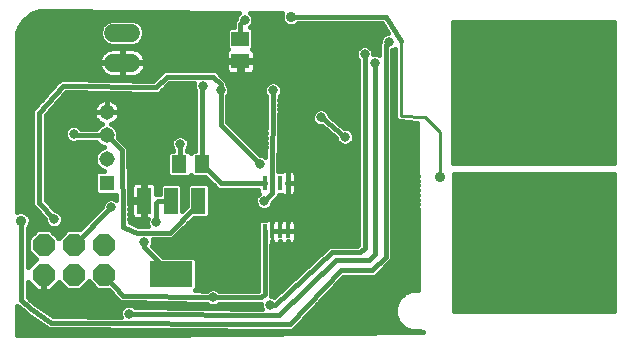
<source format=gbl>
G75*
%MOIN*%
%OFA0B0*%
%FSLAX24Y24*%
%IPPOS*%
%LPD*%
%AMOC8*
5,1,8,0,0,1.08239X$1,22.5*
%
%ADD10C,0.0100*%
%ADD11OC8,0.0740*%
%ADD12R,0.0480X0.0880*%
%ADD13R,0.1417X0.0866*%
%ADD14R,0.0591X0.0512*%
%ADD15R,0.0177X0.0512*%
%ADD16R,0.0512X0.0591*%
%ADD17R,0.0515X0.0515*%
%ADD18C,0.0515*%
%ADD19C,0.3543*%
%ADD20C,0.0600*%
%ADD21C,0.0160*%
%ADD22C,0.0317*%
%ADD23C,0.0356*%
%ADD24C,0.0277*%
D10*
X009868Y003459D02*
X010218Y003109D01*
X010218Y002159D01*
X010318Y002059D01*
X010918Y002059D01*
X012518Y002780D02*
X012540Y003752D01*
X012518Y002780D02*
X012668Y002509D01*
X018118Y005559D02*
X018118Y007059D01*
X017618Y007559D01*
X016818Y007609D01*
X016818Y010109D01*
X018518Y010108D02*
X023968Y010108D01*
X023968Y010206D02*
X018518Y010206D01*
X018518Y010305D02*
X023968Y010305D01*
X023968Y010403D02*
X018518Y010403D01*
X018518Y010502D02*
X023968Y010502D01*
X023968Y010600D02*
X018518Y010600D01*
X018518Y010699D02*
X023968Y010699D01*
X023968Y010759D02*
X023968Y006009D01*
X018518Y006009D01*
X018518Y010759D01*
X023968Y010759D01*
X023968Y010009D02*
X018518Y010009D01*
X018518Y009911D02*
X023968Y009911D01*
X023968Y009812D02*
X018518Y009812D01*
X018518Y009714D02*
X023968Y009714D01*
X023968Y009615D02*
X018518Y009615D01*
X018518Y009517D02*
X023968Y009517D01*
X023968Y009418D02*
X018518Y009418D01*
X018518Y009320D02*
X023968Y009320D01*
X023968Y009221D02*
X018518Y009221D01*
X018518Y009123D02*
X023968Y009123D01*
X023968Y009024D02*
X018518Y009024D01*
X018518Y008926D02*
X023968Y008926D01*
X023968Y008827D02*
X018518Y008827D01*
X018518Y008729D02*
X023968Y008729D01*
X023968Y008630D02*
X018518Y008630D01*
X018518Y008532D02*
X023968Y008532D01*
X023968Y008433D02*
X018518Y008433D01*
X018518Y008335D02*
X023968Y008335D01*
X023968Y008236D02*
X018518Y008236D01*
X018518Y008138D02*
X023968Y008138D01*
X023968Y008039D02*
X018518Y008039D01*
X018518Y007941D02*
X023968Y007941D01*
X023968Y007842D02*
X018518Y007842D01*
X018518Y007744D02*
X023968Y007744D01*
X023968Y007645D02*
X018518Y007645D01*
X018518Y007547D02*
X023968Y007547D01*
X023968Y007448D02*
X018518Y007448D01*
X018518Y007350D02*
X023968Y007350D01*
X023968Y007251D02*
X018518Y007251D01*
X018518Y007153D02*
X023968Y007153D01*
X023968Y007054D02*
X018518Y007054D01*
X018518Y006956D02*
X023968Y006956D01*
X023968Y006857D02*
X018518Y006857D01*
X018518Y006759D02*
X023968Y006759D01*
X023968Y006660D02*
X018518Y006660D01*
X018518Y006562D02*
X023968Y006562D01*
X023968Y006463D02*
X018518Y006463D01*
X018518Y006365D02*
X023968Y006365D01*
X023968Y006266D02*
X018518Y006266D01*
X018518Y006168D02*
X023968Y006168D01*
X023968Y006069D02*
X018518Y006069D01*
X018568Y005709D02*
X018568Y001059D01*
X023968Y001059D01*
X023968Y005709D01*
X018568Y005709D01*
X018568Y005675D02*
X023968Y005675D01*
X023968Y005577D02*
X018568Y005577D01*
X018568Y005478D02*
X023968Y005478D01*
X023968Y005380D02*
X018568Y005380D01*
X018568Y005281D02*
X023968Y005281D01*
X023968Y005183D02*
X018568Y005183D01*
X018568Y005084D02*
X023968Y005084D01*
X023968Y004986D02*
X018568Y004986D01*
X018568Y004887D02*
X023968Y004887D01*
X023968Y004789D02*
X018568Y004789D01*
X018568Y004690D02*
X023968Y004690D01*
X023968Y004592D02*
X018568Y004592D01*
X018568Y004493D02*
X023968Y004493D01*
X023968Y004395D02*
X018568Y004395D01*
X018568Y004296D02*
X023968Y004296D01*
X023968Y004198D02*
X018568Y004198D01*
X018568Y004099D02*
X023968Y004099D01*
X023968Y004001D02*
X018568Y004001D01*
X018568Y003902D02*
X023968Y003902D01*
X023968Y003804D02*
X018568Y003804D01*
X018568Y003705D02*
X023968Y003705D01*
X023968Y003607D02*
X018568Y003607D01*
X018568Y003508D02*
X023968Y003508D01*
X023968Y003410D02*
X018568Y003410D01*
X018568Y003311D02*
X023968Y003311D01*
X023968Y003213D02*
X018568Y003213D01*
X018568Y003114D02*
X023968Y003114D01*
X023968Y003016D02*
X018568Y003016D01*
X018568Y002917D02*
X023968Y002917D01*
X023968Y002819D02*
X018568Y002819D01*
X018568Y002720D02*
X023968Y002720D01*
X023968Y002622D02*
X018568Y002622D01*
X018568Y002523D02*
X023968Y002523D01*
X023968Y002425D02*
X018568Y002425D01*
X018568Y002326D02*
X023968Y002326D01*
X023968Y002228D02*
X018568Y002228D01*
X018568Y002129D02*
X023968Y002129D01*
X023968Y002031D02*
X018568Y002031D01*
X018568Y001932D02*
X023968Y001932D01*
X023968Y001834D02*
X018568Y001834D01*
X018568Y001735D02*
X023968Y001735D01*
X023968Y001637D02*
X018568Y001637D01*
X018568Y001538D02*
X023968Y001538D01*
X023968Y001440D02*
X018568Y001440D01*
X018568Y001341D02*
X023968Y001341D01*
X023968Y001243D02*
X018568Y001243D01*
X018568Y001144D02*
X023968Y001144D01*
D11*
X006918Y002309D03*
X005918Y002309D03*
X004918Y002309D03*
X004918Y003309D03*
X005918Y003309D03*
X006918Y003309D03*
D12*
X008258Y004779D03*
X009168Y004779D03*
X010078Y004779D03*
D13*
X009168Y002339D03*
D14*
X011479Y009435D03*
X011479Y010183D03*
D15*
X012284Y005366D03*
X012540Y005366D03*
X012796Y005366D03*
X013052Y005366D03*
X013052Y003752D03*
X012796Y003752D03*
X012540Y003752D03*
X012284Y003752D03*
D16*
X010192Y006009D03*
X009444Y006009D03*
D17*
X007018Y005378D03*
D18*
X007018Y006165D03*
X007018Y006952D03*
X007018Y007740D03*
D19*
X021466Y008819D03*
X021466Y002913D03*
D20*
X007839Y009375D02*
X007239Y009375D01*
X007239Y010375D02*
X007839Y010375D01*
D21*
X004048Y001268D02*
X004048Y000289D01*
X008226Y000289D01*
X017568Y000409D01*
X017454Y000429D01*
X017453Y000429D01*
X017183Y000429D01*
X016933Y000532D01*
X016741Y000724D01*
X016638Y000973D01*
X016638Y001244D01*
X016741Y001494D01*
X016933Y001685D01*
X017183Y001789D01*
X017402Y001789D01*
X017375Y007384D01*
X016812Y007419D01*
X016739Y007419D01*
X016734Y007424D01*
X016728Y007424D01*
X016679Y007479D01*
X016628Y007530D01*
X016628Y007537D01*
X016623Y007542D01*
X016628Y007615D01*
X016628Y009847D01*
X016587Y009806D01*
X016538Y009785D01*
X016538Y002818D01*
X016088Y002368D01*
X015959Y002239D01*
X014913Y002239D01*
X013337Y000571D01*
X013337Y000566D01*
X013275Y000505D01*
X013215Y000441D01*
X013211Y000441D01*
X013208Y000438D01*
X013120Y000439D01*
X013033Y000436D01*
X013030Y000439D01*
X005185Y000489D01*
X005114Y000477D01*
X005097Y000489D01*
X005075Y000489D01*
X005025Y000541D01*
X004406Y000982D01*
X004397Y000981D01*
X004333Y001034D01*
X004266Y001083D01*
X004264Y001092D01*
X004088Y001239D01*
X004077Y001239D01*
X004048Y001268D01*
X004048Y001165D02*
X004176Y001165D01*
X004048Y001007D02*
X004367Y001007D01*
X004594Y000848D02*
X004048Y000848D01*
X004048Y000690D02*
X004816Y000690D01*
X005034Y000531D02*
X004048Y000531D01*
X004048Y000373D02*
X014767Y000373D01*
X013899Y001165D02*
X016638Y001165D01*
X016638Y001007D02*
X013749Y001007D01*
X013600Y000848D02*
X016690Y000848D01*
X016775Y000690D02*
X013450Y000690D01*
X013302Y000531D02*
X016935Y000531D01*
X016671Y001324D02*
X014049Y001324D01*
X014198Y001482D02*
X016737Y001482D01*
X016888Y001641D02*
X014348Y001641D01*
X014498Y001799D02*
X017402Y001799D01*
X017401Y001958D02*
X014647Y001958D01*
X014797Y002116D02*
X017400Y002116D01*
X017399Y002275D02*
X015995Y002275D01*
X015868Y002459D02*
X014818Y002459D01*
X013118Y000659D01*
X005168Y000709D01*
X004468Y001209D01*
X004168Y001459D01*
X004168Y004109D01*
X004388Y003879D02*
X004438Y003929D01*
X004486Y004045D01*
X004486Y004172D01*
X004438Y004289D01*
X004348Y004378D01*
X004231Y004427D01*
X004105Y004427D01*
X004048Y004403D01*
X004048Y010388D01*
X004057Y010429D01*
X004110Y010568D01*
X004184Y010698D01*
X004278Y010815D01*
X004389Y010915D01*
X004514Y010997D01*
X004651Y011059D01*
X004795Y011098D01*
X004944Y011114D01*
X011435Y011048D01*
X011365Y010978D01*
X011319Y010868D01*
X011319Y010821D01*
X011259Y010761D01*
X011259Y010579D01*
X011126Y010579D01*
X011044Y010497D01*
X011044Y009869D01*
X011077Y009836D01*
X011074Y009835D01*
X011040Y009801D01*
X011016Y009760D01*
X011004Y009714D01*
X011004Y009483D01*
X011431Y009483D01*
X011431Y009387D01*
X011004Y009387D01*
X011004Y009155D01*
X011016Y009109D01*
X011040Y009068D01*
X011074Y009035D01*
X011115Y009011D01*
X011160Y008999D01*
X011431Y008999D01*
X011431Y009387D01*
X011527Y009387D01*
X011527Y008999D01*
X011798Y008999D01*
X011844Y009011D01*
X011885Y009035D01*
X011919Y009068D01*
X011942Y009109D01*
X011955Y009155D01*
X011955Y009387D01*
X011527Y009387D01*
X011527Y009483D01*
X011955Y009483D01*
X011955Y009714D01*
X011942Y009760D01*
X011919Y009801D01*
X011885Y009835D01*
X011882Y009836D01*
X011915Y009869D01*
X011915Y010497D01*
X011833Y010579D01*
X011810Y010579D01*
X011871Y010640D01*
X011916Y010749D01*
X011916Y010868D01*
X011871Y010978D01*
X011804Y011044D01*
X012875Y011033D01*
X012850Y010972D01*
X012850Y010845D01*
X012898Y010729D01*
X012988Y010639D01*
X013105Y010591D01*
X013231Y010591D01*
X013348Y010639D01*
X013398Y010689D01*
X016196Y010689D01*
X016403Y010357D01*
X016359Y010357D01*
X016249Y010312D01*
X016165Y010228D01*
X016119Y010118D01*
X016119Y010071D01*
X016098Y010050D01*
X016098Y009628D01*
X016027Y009657D01*
X015916Y009657D01*
X015916Y009718D01*
X015871Y009828D01*
X015787Y009912D01*
X015677Y009957D01*
X015559Y009957D01*
X015449Y009912D01*
X015365Y009828D01*
X015319Y009718D01*
X015319Y009599D01*
X015365Y009490D01*
X015398Y009457D01*
X015398Y003300D01*
X015377Y003279D01*
X014522Y003279D01*
X014436Y003282D01*
X014432Y003279D01*
X014427Y003279D01*
X014366Y003217D01*
X012589Y001581D01*
X012527Y001607D01*
X012504Y001607D01*
X012504Y003316D01*
X012540Y003316D01*
X012652Y003316D01*
X012668Y003320D01*
X012684Y003316D01*
X012796Y003316D01*
X012908Y003316D01*
X012924Y003320D01*
X012939Y003316D01*
X013052Y003316D01*
X013164Y003316D01*
X013210Y003328D01*
X013251Y003352D01*
X013284Y003385D01*
X013308Y003426D01*
X013320Y003472D01*
X013320Y003752D01*
X013320Y004031D01*
X013308Y004077D01*
X013284Y004118D01*
X013251Y004152D01*
X013210Y004175D01*
X013164Y004188D01*
X013052Y004188D01*
X013052Y004078D01*
X013052Y004188D01*
X012939Y004188D01*
X012924Y004183D01*
X012908Y004188D01*
X012796Y004188D01*
X012796Y004078D01*
X012796Y004078D01*
X012796Y004188D01*
X012684Y004188D01*
X012668Y004183D01*
X012652Y004188D01*
X012540Y004188D01*
X012540Y004078D01*
X012540Y004078D01*
X012540Y004188D01*
X012428Y004188D01*
X012382Y004175D01*
X012341Y004152D01*
X012337Y004148D01*
X012137Y004148D01*
X012055Y004066D01*
X012055Y003438D01*
X012064Y003429D01*
X012064Y001779D01*
X010770Y001779D01*
X010737Y001812D01*
X010627Y001857D01*
X010509Y001857D01*
X010399Y001812D01*
X010369Y001782D01*
X009958Y001789D01*
X010017Y001848D01*
X010017Y002830D01*
X009935Y002912D01*
X008906Y002912D01*
X008538Y003280D01*
X008566Y003349D01*
X008566Y003468D01*
X008558Y003489D01*
X009209Y003489D01*
X009919Y004199D01*
X010376Y004199D01*
X010458Y004281D01*
X010458Y005277D01*
X010376Y005359D01*
X009780Y005359D01*
X009698Y005277D01*
X009698Y004600D01*
X009548Y004450D01*
X009548Y005277D01*
X009466Y005359D01*
X008870Y005359D01*
X008788Y005277D01*
X008788Y004999D01*
X008678Y004999D01*
X008678Y005242D01*
X008666Y005288D01*
X008642Y005329D01*
X008608Y005363D01*
X008567Y005386D01*
X008522Y005399D01*
X008298Y005399D01*
X008298Y004819D01*
X008218Y004819D01*
X008218Y005399D01*
X007994Y005399D01*
X007948Y005386D01*
X007907Y005363D01*
X007874Y005329D01*
X007850Y005288D01*
X007838Y005242D01*
X007838Y004819D01*
X008218Y004819D01*
X008218Y004739D01*
X007838Y004739D01*
X007838Y004315D01*
X007850Y004269D01*
X007874Y004228D01*
X007907Y004195D01*
X007948Y004171D01*
X007994Y004159D01*
X008218Y004159D01*
X008218Y004739D01*
X008298Y004739D01*
X008298Y004159D01*
X008386Y004159D01*
X008369Y004118D01*
X008369Y003999D01*
X008399Y003929D01*
X008065Y003929D01*
X007785Y004053D01*
X007738Y006455D01*
X007738Y006544D01*
X007736Y006545D01*
X007736Y006548D01*
X007672Y006609D01*
X007413Y006868D01*
X007415Y006873D01*
X007415Y007031D01*
X007355Y007178D01*
X007243Y007289D01*
X007157Y007325D01*
X007186Y007334D01*
X007247Y007366D01*
X007303Y007406D01*
X007352Y007455D01*
X007392Y007511D01*
X007423Y007572D01*
X007445Y007637D01*
X007455Y007705D01*
X007455Y007740D01*
X007455Y007774D01*
X007445Y007842D01*
X007423Y007908D01*
X007392Y007969D01*
X007352Y008025D01*
X007303Y008074D01*
X007247Y008114D01*
X007186Y008145D01*
X007120Y008167D01*
X007052Y008177D01*
X007018Y008177D01*
X007018Y007740D01*
X007018Y007740D01*
X007455Y007740D01*
X007018Y007740D01*
X007018Y007740D01*
X007018Y008177D01*
X006983Y008177D01*
X006915Y008167D01*
X006850Y008145D01*
X006789Y008114D01*
X006733Y008074D01*
X006684Y008025D01*
X006644Y007969D01*
X006612Y007908D01*
X006591Y007842D01*
X006580Y007774D01*
X006580Y007740D01*
X007018Y007740D01*
X007018Y007740D01*
X006580Y007740D01*
X006580Y007705D01*
X006591Y007637D01*
X006612Y007572D01*
X006644Y007511D01*
X006684Y007455D01*
X006733Y007406D01*
X006789Y007366D01*
X006850Y007334D01*
X006879Y007325D01*
X006793Y007289D01*
X006681Y007178D01*
X006679Y007172D01*
X006173Y007172D01*
X006171Y007178D01*
X006087Y007262D01*
X005977Y007307D01*
X005859Y007307D01*
X005749Y007262D01*
X005665Y007178D01*
X005619Y007068D01*
X005619Y006949D01*
X005665Y006840D01*
X005749Y006756D01*
X005859Y006710D01*
X005977Y006710D01*
X006031Y006732D01*
X006679Y006732D01*
X006681Y006727D01*
X006793Y006615D01*
X006930Y006559D01*
X006793Y006502D01*
X006681Y006390D01*
X006620Y006244D01*
X006620Y006086D01*
X006681Y005940D01*
X006793Y005828D01*
X006921Y005775D01*
X006702Y005775D01*
X006620Y005693D01*
X006620Y005062D01*
X006702Y004980D01*
X007327Y004980D01*
X007330Y004815D01*
X007227Y004857D01*
X007109Y004857D01*
X006999Y004812D01*
X006915Y004728D01*
X006869Y004618D01*
X006869Y004571D01*
X006117Y003819D01*
X005707Y003819D01*
X005418Y003530D01*
X005129Y003819D01*
X004707Y003819D01*
X004408Y003520D01*
X004408Y003097D01*
X004668Y002837D01*
X004388Y002557D01*
X004388Y003879D01*
X004388Y003860D02*
X006158Y003860D01*
X006316Y004018D02*
X005533Y004018D01*
X005521Y003990D02*
X005566Y004099D01*
X005566Y004218D01*
X005521Y004328D01*
X005437Y004412D01*
X005327Y004457D01*
X005294Y004457D01*
X004988Y004794D01*
X004988Y007625D01*
X005665Y008387D01*
X008575Y008340D01*
X008577Y008339D01*
X008666Y008339D01*
X008755Y008337D01*
X008757Y008339D01*
X008759Y008339D01*
X008822Y008402D01*
X008886Y008464D01*
X008886Y008466D01*
X009109Y008689D01*
X009928Y008689D01*
X009919Y008668D01*
X009919Y008549D01*
X009965Y008440D01*
X009972Y008433D01*
X009972Y006444D01*
X009878Y006444D01*
X009818Y006384D01*
X009758Y006444D01*
X009688Y006444D01*
X009688Y006457D01*
X009721Y006490D01*
X009766Y006599D01*
X009766Y006718D01*
X009721Y006828D01*
X009637Y006912D01*
X009527Y006957D01*
X009409Y006957D01*
X009299Y006912D01*
X009215Y006828D01*
X009169Y006718D01*
X009169Y006599D01*
X009215Y006490D01*
X009248Y006457D01*
X009248Y006444D01*
X009130Y006444D01*
X009048Y006362D01*
X009048Y005655D01*
X009130Y005573D01*
X009758Y005573D01*
X009818Y005634D01*
X009878Y005573D01*
X010316Y005573D01*
X010615Y005275D01*
X010744Y005146D01*
X012055Y005146D01*
X012055Y005052D01*
X012097Y005010D01*
X012015Y004928D01*
X011969Y004818D01*
X011969Y004699D01*
X012015Y004590D01*
X012099Y004506D01*
X012209Y004460D01*
X012327Y004460D01*
X012437Y004506D01*
X012521Y004590D01*
X012566Y004699D01*
X012566Y004746D01*
X012631Y004811D01*
X012760Y004940D01*
X012760Y004970D01*
X012849Y004970D01*
X012853Y004966D01*
X012894Y004942D01*
X012939Y004930D01*
X013052Y004930D01*
X013164Y004930D01*
X013210Y004942D01*
X013251Y004966D01*
X013284Y004999D01*
X013308Y005040D01*
X013320Y005086D01*
X013320Y005366D01*
X013320Y005645D01*
X013308Y005691D01*
X013284Y005732D01*
X013251Y005766D01*
X013210Y005789D01*
X013164Y005802D01*
X013052Y005802D01*
X013052Y005366D01*
X013320Y005366D01*
X013052Y005366D01*
X013052Y005366D01*
X013052Y005366D01*
X013052Y005802D01*
X012939Y005802D01*
X012894Y005789D01*
X012853Y005766D01*
X012849Y005762D01*
X012744Y005762D01*
X012785Y008253D01*
X012821Y008290D01*
X012866Y008399D01*
X012866Y008518D01*
X012821Y008628D01*
X012737Y008712D01*
X012627Y008757D01*
X012509Y008757D01*
X012399Y008712D01*
X012315Y008628D01*
X012269Y008518D01*
X012269Y008399D01*
X012315Y008290D01*
X012345Y008260D01*
X012312Y006237D01*
X012287Y006262D01*
X012177Y006307D01*
X012131Y006307D01*
X011038Y007400D01*
X011038Y008257D01*
X011071Y008290D01*
X011116Y008399D01*
X011116Y008518D01*
X011071Y008628D01*
X011038Y008661D01*
X011038Y008750D01*
X010909Y008879D01*
X010659Y009129D01*
X008927Y009129D01*
X008798Y009000D01*
X008578Y008780D01*
X005653Y008827D01*
X005646Y008834D01*
X005563Y008829D01*
X005480Y008830D01*
X005474Y008824D01*
X005464Y008823D01*
X005409Y008761D01*
X005349Y008703D01*
X005349Y008694D01*
X004608Y007860D01*
X004548Y007800D01*
X004548Y007792D01*
X004543Y007787D01*
X004548Y007702D01*
X004548Y004714D01*
X004544Y004628D01*
X004548Y004624D01*
X004548Y004618D01*
X004609Y004557D01*
X004969Y004160D01*
X004969Y004099D01*
X005015Y003990D01*
X005099Y003906D01*
X005209Y003860D01*
X005327Y003860D01*
X005437Y003906D01*
X005521Y003990D01*
X005566Y004177D02*
X006475Y004177D01*
X006633Y004335D02*
X005513Y004335D01*
X005261Y004494D02*
X006792Y004494D01*
X006884Y004652D02*
X005117Y004652D01*
X004988Y004811D02*
X006998Y004811D01*
X007168Y004559D02*
X005918Y003309D01*
X005589Y003701D02*
X005247Y003701D01*
X005405Y003543D02*
X005431Y003543D01*
X005003Y004018D02*
X004475Y004018D01*
X004484Y004177D02*
X004954Y004177D01*
X004810Y004335D02*
X004391Y004335D01*
X004666Y004494D02*
X004048Y004494D01*
X004048Y004652D02*
X004545Y004652D01*
X004548Y004811D02*
X004048Y004811D01*
X004048Y004969D02*
X004548Y004969D01*
X004548Y005128D02*
X004048Y005128D01*
X004048Y005286D02*
X004548Y005286D01*
X004548Y005445D02*
X004048Y005445D01*
X004048Y005603D02*
X004548Y005603D01*
X004548Y005762D02*
X004048Y005762D01*
X004048Y005920D02*
X004548Y005920D01*
X004548Y006079D02*
X004048Y006079D01*
X004048Y006237D02*
X004548Y006237D01*
X004548Y006396D02*
X004048Y006396D01*
X004048Y006554D02*
X004548Y006554D01*
X004548Y006713D02*
X004048Y006713D01*
X004048Y006871D02*
X004548Y006871D01*
X004548Y007030D02*
X004048Y007030D01*
X004048Y007188D02*
X004548Y007188D01*
X004548Y007347D02*
X004048Y007347D01*
X004048Y007505D02*
X004548Y007505D01*
X004548Y007664D02*
X004048Y007664D01*
X004048Y007822D02*
X004570Y007822D01*
X004715Y007981D02*
X004048Y007981D01*
X004048Y008139D02*
X004856Y008139D01*
X004997Y008298D02*
X004048Y008298D01*
X004048Y008456D02*
X005138Y008456D01*
X005279Y008615D02*
X004048Y008615D01*
X004048Y008773D02*
X005420Y008773D01*
X005568Y008609D02*
X008668Y008559D01*
X009018Y008909D01*
X010568Y008909D01*
X010818Y008659D01*
X010818Y008459D01*
X010818Y007309D01*
X012118Y006009D01*
X012311Y006237D02*
X012312Y006237D01*
X012314Y006396D02*
X012042Y006396D01*
X011884Y006554D02*
X012317Y006554D01*
X012319Y006713D02*
X011725Y006713D01*
X011567Y006871D02*
X012322Y006871D01*
X012325Y007030D02*
X011408Y007030D01*
X011250Y007188D02*
X012327Y007188D01*
X012330Y007347D02*
X011091Y007347D01*
X011038Y007505D02*
X012332Y007505D01*
X012335Y007664D02*
X011038Y007664D01*
X011038Y007822D02*
X012338Y007822D01*
X012340Y007981D02*
X011038Y007981D01*
X011038Y008139D02*
X012343Y008139D01*
X012312Y008298D02*
X011074Y008298D01*
X011116Y008456D02*
X012269Y008456D01*
X012310Y008615D02*
X011076Y008615D01*
X011014Y008773D02*
X015398Y008773D01*
X015398Y008615D02*
X012826Y008615D01*
X012866Y008456D02*
X015398Y008456D01*
X015398Y008298D02*
X012824Y008298D01*
X012783Y008139D02*
X015398Y008139D01*
X015398Y007981D02*
X012780Y007981D01*
X012778Y007822D02*
X014024Y007822D01*
X013999Y007812D02*
X013915Y007728D01*
X013869Y007618D01*
X013869Y007499D01*
X013915Y007390D01*
X013999Y007306D01*
X014109Y007260D01*
X014186Y007260D01*
X014669Y006868D01*
X014669Y006849D01*
X014715Y006740D01*
X014799Y006656D01*
X014909Y006610D01*
X015027Y006610D01*
X015137Y006656D01*
X015221Y006740D01*
X015266Y006849D01*
X015266Y006968D01*
X015221Y007078D01*
X015137Y007162D01*
X015027Y007207D01*
X014949Y007207D01*
X014466Y007600D01*
X014466Y007618D01*
X014421Y007728D01*
X014337Y007812D01*
X014227Y007857D01*
X014109Y007857D01*
X013999Y007812D01*
X013888Y007664D02*
X012775Y007664D01*
X012772Y007505D02*
X013869Y007505D01*
X013958Y007347D02*
X012770Y007347D01*
X012767Y007188D02*
X014275Y007188D01*
X014470Y007030D02*
X012765Y007030D01*
X012762Y006871D02*
X014665Y006871D01*
X014742Y006713D02*
X012760Y006713D01*
X012757Y006554D02*
X015398Y006554D01*
X015398Y006396D02*
X012754Y006396D01*
X012752Y006237D02*
X015398Y006237D01*
X015398Y006079D02*
X012749Y006079D01*
X012747Y005920D02*
X015398Y005920D01*
X015398Y005762D02*
X013255Y005762D01*
X013320Y005603D02*
X015398Y005603D01*
X015398Y005445D02*
X013320Y005445D01*
X013320Y005286D02*
X015398Y005286D01*
X015398Y005128D02*
X013320Y005128D01*
X013254Y004969D02*
X015398Y004969D01*
X015398Y004811D02*
X012631Y004811D01*
X012547Y004652D02*
X015398Y004652D01*
X015398Y004494D02*
X012408Y004494D01*
X012128Y004494D02*
X010458Y004494D01*
X010458Y004652D02*
X011989Y004652D01*
X011969Y004811D02*
X010458Y004811D01*
X010458Y004969D02*
X012056Y004969D01*
X012055Y005128D02*
X010458Y005128D01*
X010448Y005286D02*
X010603Y005286D01*
X010445Y005445D02*
X007758Y005445D01*
X007755Y005603D02*
X009100Y005603D01*
X009048Y005762D02*
X007752Y005762D01*
X007748Y005920D02*
X009048Y005920D01*
X009048Y006079D02*
X007745Y006079D01*
X007742Y006237D02*
X009048Y006237D01*
X009082Y006396D02*
X007739Y006396D01*
X007729Y006554D02*
X009188Y006554D01*
X009169Y006713D02*
X007569Y006713D01*
X007415Y006871D02*
X009258Y006871D01*
X009468Y006659D02*
X009468Y006033D01*
X009444Y006009D01*
X009788Y005603D02*
X009848Y005603D01*
X009707Y005286D02*
X009538Y005286D01*
X009548Y005128D02*
X009698Y005128D01*
X009698Y004969D02*
X009548Y004969D01*
X009548Y004811D02*
X009698Y004811D01*
X009698Y004652D02*
X009548Y004652D01*
X009548Y004494D02*
X009592Y004494D01*
X009968Y004559D02*
X010018Y004559D01*
X010078Y004619D01*
X010078Y004779D01*
X009968Y004559D02*
X009118Y003709D01*
X008018Y003709D01*
X007568Y003909D01*
X007518Y006452D01*
X007018Y006952D01*
X005974Y006952D01*
X005918Y007009D01*
X005619Y007030D02*
X004988Y007030D01*
X004988Y007188D02*
X005675Y007188D01*
X005652Y006871D02*
X004988Y006871D01*
X004988Y006713D02*
X005853Y006713D01*
X005983Y006713D02*
X006695Y006713D01*
X006919Y006554D02*
X004988Y006554D01*
X004988Y006396D02*
X006687Y006396D01*
X006620Y006237D02*
X004988Y006237D01*
X004988Y006079D02*
X006623Y006079D01*
X006701Y005920D02*
X004988Y005920D01*
X004988Y005762D02*
X006689Y005762D01*
X006620Y005603D02*
X004988Y005603D01*
X004988Y005445D02*
X006620Y005445D01*
X006620Y005286D02*
X004988Y005286D01*
X004988Y005128D02*
X006620Y005128D01*
X007327Y004969D02*
X004988Y004969D01*
X004768Y004709D02*
X004768Y007709D01*
X005568Y008609D01*
X005586Y008298D02*
X009972Y008298D01*
X009972Y008139D02*
X007198Y008139D01*
X007018Y008139D02*
X007018Y008139D01*
X007018Y007981D02*
X007018Y007981D01*
X007018Y007822D02*
X007018Y007822D01*
X006652Y007981D02*
X005304Y007981D01*
X005445Y008139D02*
X006838Y008139D01*
X006588Y007822D02*
X005163Y007822D01*
X005022Y007664D02*
X006587Y007664D01*
X006648Y007505D02*
X004988Y007505D01*
X004988Y007347D02*
X006826Y007347D01*
X006692Y007188D02*
X006160Y007188D01*
X007210Y007347D02*
X009972Y007347D01*
X009972Y007505D02*
X007388Y007505D01*
X007449Y007664D02*
X009972Y007664D01*
X009972Y007822D02*
X007448Y007822D01*
X007384Y007981D02*
X009972Y007981D01*
X009958Y008456D02*
X008878Y008456D01*
X009035Y008615D02*
X009919Y008615D01*
X010192Y008583D02*
X010192Y006009D01*
X010835Y005366D01*
X012284Y005366D01*
X012518Y005388D02*
X012568Y008459D01*
X013318Y008059D02*
X013318Y006009D01*
X013052Y005762D02*
X013052Y005762D01*
X013052Y005603D02*
X013052Y005603D01*
X013052Y005445D02*
X013052Y005445D01*
X013052Y005366D02*
X013052Y005366D01*
X013052Y004930D01*
X013052Y005366D01*
X013052Y005366D01*
X013024Y005366D01*
X013024Y005366D01*
X013052Y005366D01*
X013052Y005286D02*
X013052Y005286D01*
X013052Y005128D02*
X013052Y005128D01*
X013052Y004969D02*
X013052Y004969D01*
X012849Y004969D02*
X012760Y004969D01*
X012540Y005031D02*
X012540Y005366D01*
X012518Y005388D01*
X012540Y005031D02*
X012268Y004759D01*
X012387Y004177D02*
X009897Y004177D01*
X009739Y004018D02*
X012055Y004018D01*
X012055Y003860D02*
X009580Y003860D01*
X009422Y003701D02*
X012055Y003701D01*
X012055Y003543D02*
X009263Y003543D01*
X008750Y003067D02*
X012064Y003067D01*
X012064Y002909D02*
X009938Y002909D01*
X010017Y002750D02*
X012064Y002750D01*
X012064Y002592D02*
X010017Y002592D01*
X010017Y002433D02*
X012064Y002433D01*
X012064Y002275D02*
X010017Y002275D01*
X010017Y002116D02*
X012064Y002116D01*
X012064Y001958D02*
X010017Y001958D01*
X009968Y001799D02*
X010386Y001799D01*
X010568Y001559D02*
X012168Y001559D01*
X012284Y001675D01*
X012284Y003752D01*
X012540Y003752D02*
X012796Y003752D01*
X013052Y003752D01*
X013320Y003752D01*
X013052Y003752D01*
X013052Y003752D01*
X013052Y003752D01*
X012796Y003752D01*
X012796Y003752D01*
X012796Y003752D01*
X012540Y003752D01*
X012540Y003752D01*
X012540Y003426D02*
X012540Y003426D01*
X012540Y003316D01*
X012540Y003426D01*
X012540Y003384D02*
X012540Y003384D01*
X012504Y003226D02*
X014374Y003226D01*
X014518Y003059D02*
X015468Y003059D01*
X015618Y003209D01*
X015618Y009659D01*
X015816Y009883D02*
X016098Y009883D01*
X016098Y010041D02*
X011915Y010041D01*
X011915Y009883D02*
X015420Y009883D01*
X015322Y009724D02*
X011952Y009724D01*
X011955Y009566D02*
X015333Y009566D01*
X015398Y009407D02*
X011527Y009407D01*
X011431Y009407D02*
X008319Y009407D01*
X008319Y009413D02*
X008307Y009487D01*
X008284Y009559D01*
X008250Y009626D01*
X008205Y009688D01*
X008152Y009741D01*
X008091Y009785D01*
X008023Y009820D01*
X007952Y009843D01*
X007877Y009855D01*
X007559Y009855D01*
X007559Y009395D01*
X007519Y009395D01*
X007519Y009355D01*
X006759Y009355D01*
X006759Y009337D01*
X006771Y009262D01*
X006794Y009191D01*
X006829Y009123D01*
X006873Y009062D01*
X006926Y009009D01*
X006988Y008964D01*
X007055Y008930D01*
X007127Y008907D01*
X007201Y008895D01*
X007519Y008895D01*
X007519Y009355D01*
X007559Y009355D01*
X007559Y008895D01*
X007877Y008895D01*
X007952Y008907D01*
X008023Y008930D01*
X008091Y008964D01*
X008152Y009009D01*
X008205Y009062D01*
X008250Y009123D01*
X008284Y009191D01*
X008307Y009262D01*
X008319Y009337D01*
X008319Y009355D01*
X007559Y009355D01*
X007559Y009395D01*
X008319Y009395D01*
X008319Y009413D01*
X008281Y009566D02*
X011004Y009566D01*
X011007Y009724D02*
X008169Y009724D01*
X008088Y010002D02*
X007927Y009935D01*
X007152Y009935D01*
X006990Y010002D01*
X006866Y010126D01*
X006799Y010287D01*
X006799Y010462D01*
X006866Y010624D01*
X006990Y010748D01*
X007152Y010815D01*
X007927Y010815D01*
X008088Y010748D01*
X008212Y010624D01*
X008279Y010462D01*
X008279Y010287D01*
X008212Y010126D01*
X008088Y010002D01*
X008128Y010041D02*
X011044Y010041D01*
X011044Y009883D02*
X004048Y009883D01*
X004048Y010041D02*
X006951Y010041D01*
X006835Y010200D02*
X004048Y010200D01*
X004048Y010358D02*
X006799Y010358D01*
X006822Y010517D02*
X004090Y010517D01*
X004171Y010675D02*
X006917Y010675D01*
X007127Y009843D02*
X007055Y009820D01*
X006988Y009785D01*
X006926Y009741D01*
X006873Y009688D01*
X006829Y009626D01*
X006794Y009559D01*
X006771Y009487D01*
X006759Y009413D01*
X006759Y009395D01*
X007519Y009395D01*
X007519Y009855D01*
X007201Y009855D01*
X007127Y009843D01*
X006910Y009724D02*
X004048Y009724D01*
X004048Y009566D02*
X006798Y009566D01*
X006759Y009407D02*
X004048Y009407D01*
X004048Y009249D02*
X006775Y009249D01*
X006853Y009090D02*
X004048Y009090D01*
X004048Y008932D02*
X007052Y008932D01*
X007519Y008932D02*
X007559Y008932D01*
X007559Y009090D02*
X007519Y009090D01*
X007519Y009249D02*
X007559Y009249D01*
X007559Y009407D02*
X007519Y009407D01*
X007519Y009566D02*
X007559Y009566D01*
X007559Y009724D02*
X007519Y009724D01*
X008243Y010200D02*
X011044Y010200D01*
X011044Y010358D02*
X008279Y010358D01*
X008257Y010517D02*
X011064Y010517D01*
X011259Y010675D02*
X008161Y010675D01*
X008303Y009249D02*
X011004Y009249D01*
X011027Y009090D02*
X010697Y009090D01*
X010856Y008932D02*
X015398Y008932D01*
X015398Y009090D02*
X011931Y009090D01*
X011955Y009249D02*
X015398Y009249D01*
X015968Y009359D02*
X015968Y003009D01*
X015768Y002809D01*
X014668Y002809D01*
X012768Y000959D01*
X007768Y001009D01*
X007972Y001227D02*
X007937Y001262D01*
X007827Y001307D01*
X007709Y001307D01*
X007599Y001262D01*
X007515Y001178D01*
X007469Y001068D01*
X007469Y000949D01*
X007484Y000914D01*
X005239Y000928D01*
X004602Y001383D01*
X004388Y001562D01*
X004388Y002061D01*
X004690Y001759D01*
X004898Y001759D01*
X004898Y002289D01*
X004938Y002289D01*
X004938Y001759D01*
X005146Y001759D01*
X005446Y002059D01*
X005707Y001799D01*
X006129Y001799D01*
X006418Y002087D01*
X006707Y001799D01*
X007091Y001799D01*
X007346Y001524D01*
X007346Y001521D01*
X007408Y001457D01*
X007469Y001392D01*
X007471Y001392D01*
X007473Y001390D01*
X007562Y001389D01*
X007651Y001386D01*
X007653Y001387D01*
X010362Y001342D01*
X010399Y001306D01*
X010509Y001260D01*
X010627Y001260D01*
X010737Y001306D01*
X010770Y001339D01*
X012169Y001339D01*
X012169Y001249D01*
X012196Y001184D01*
X007972Y001227D01*
X007510Y001165D02*
X004907Y001165D01*
X004685Y001324D02*
X010381Y001324D01*
X010568Y001559D02*
X007568Y001609D01*
X006918Y002309D01*
X006548Y001958D02*
X006288Y001958D01*
X006130Y001799D02*
X006706Y001799D01*
X007238Y001641D02*
X004388Y001641D01*
X004388Y001799D02*
X004650Y001799D01*
X004491Y001958D02*
X004388Y001958D01*
X004898Y001958D02*
X004938Y001958D01*
X004938Y002116D02*
X004898Y002116D01*
X004898Y002275D02*
X004938Y002275D01*
X005345Y001958D02*
X005548Y001958D01*
X005706Y001799D02*
X005186Y001799D01*
X004938Y001799D02*
X004898Y001799D01*
X004483Y001482D02*
X007384Y001482D01*
X007469Y001007D02*
X005129Y001007D01*
X004423Y002592D02*
X004388Y002592D01*
X004388Y002750D02*
X004582Y002750D01*
X004597Y002909D02*
X004388Y002909D01*
X004388Y003067D02*
X004438Y003067D01*
X004408Y003226D02*
X004388Y003226D01*
X004388Y003384D02*
X004408Y003384D01*
X004388Y003543D02*
X004431Y003543D01*
X004388Y003701D02*
X004589Y003701D01*
X005268Y004159D02*
X004768Y004709D01*
X007770Y004811D02*
X008218Y004811D01*
X008218Y004969D02*
X008298Y004969D01*
X008298Y005128D02*
X008218Y005128D01*
X008218Y005286D02*
X008298Y005286D01*
X008666Y005286D02*
X008797Y005286D01*
X008788Y005128D02*
X008678Y005128D01*
X008738Y004779D02*
X008668Y004709D01*
X008668Y004059D01*
X008369Y004018D02*
X007863Y004018D01*
X007938Y004177D02*
X007783Y004177D01*
X007780Y004335D02*
X007838Y004335D01*
X007838Y004494D02*
X007776Y004494D01*
X007773Y004652D02*
X007838Y004652D01*
X007838Y004969D02*
X007767Y004969D01*
X007764Y005128D02*
X007838Y005128D01*
X007850Y005286D02*
X007761Y005286D01*
X008218Y004652D02*
X008298Y004652D01*
X008298Y004494D02*
X008218Y004494D01*
X008218Y004335D02*
X008298Y004335D01*
X008298Y004177D02*
X008218Y004177D01*
X008738Y004779D02*
X009168Y004779D01*
X010458Y004335D02*
X015398Y004335D01*
X015398Y004177D02*
X013204Y004177D01*
X013052Y004177D02*
X013052Y004177D01*
X013052Y004078D02*
X013052Y004078D01*
X012796Y004078D02*
X012796Y004078D01*
X012796Y004177D02*
X012796Y004177D01*
X012540Y004177D02*
X012540Y004177D01*
X013320Y004018D02*
X015398Y004018D01*
X015398Y003860D02*
X013320Y003860D01*
X013320Y003701D02*
X015398Y003701D01*
X015398Y003543D02*
X013320Y003543D01*
X013283Y003384D02*
X015398Y003384D01*
X014518Y003059D02*
X012618Y001309D01*
X012468Y001309D01*
X012169Y001324D02*
X010755Y001324D01*
X010749Y001799D02*
X012064Y001799D01*
X012504Y001799D02*
X012826Y001799D01*
X012998Y001958D02*
X012504Y001958D01*
X012504Y002116D02*
X013170Y002116D01*
X013342Y002275D02*
X012504Y002275D01*
X012504Y002433D02*
X013514Y002433D01*
X013686Y002592D02*
X012504Y002592D01*
X012504Y002750D02*
X013858Y002750D01*
X014030Y002909D02*
X012504Y002909D01*
X012504Y003067D02*
X014202Y003067D01*
X013052Y003316D02*
X013052Y003426D01*
X013052Y003426D01*
X013052Y003316D01*
X013052Y003384D02*
X013052Y003384D01*
X012796Y003384D02*
X012796Y003384D01*
X012796Y003426D02*
X012796Y003426D01*
X012796Y003426D01*
X012796Y003316D01*
X012796Y003426D01*
X012064Y003384D02*
X008566Y003384D01*
X008592Y003226D02*
X012064Y003226D01*
X012504Y001641D02*
X012654Y001641D01*
X015868Y002459D02*
X016318Y002909D01*
X016318Y009959D01*
X016418Y010059D01*
X016153Y010200D02*
X011915Y010200D01*
X011915Y010358D02*
X016403Y010358D01*
X016303Y010517D02*
X011894Y010517D01*
X011886Y010675D02*
X012951Y010675D01*
X012855Y010834D02*
X011916Y010834D01*
X011856Y010992D02*
X012858Y010992D01*
X013168Y010909D02*
X016318Y010909D01*
X016818Y010109D01*
X016628Y009724D02*
X016538Y009724D01*
X016538Y009566D02*
X016628Y009566D01*
X016628Y009407D02*
X016538Y009407D01*
X016538Y009249D02*
X016628Y009249D01*
X016628Y009090D02*
X016538Y009090D01*
X016538Y008932D02*
X016628Y008932D01*
X016628Y008773D02*
X016538Y008773D01*
X016538Y008615D02*
X016628Y008615D01*
X016628Y008456D02*
X016538Y008456D01*
X016538Y008298D02*
X016628Y008298D01*
X016628Y008139D02*
X016538Y008139D01*
X016538Y007981D02*
X016628Y007981D01*
X016628Y007822D02*
X016538Y007822D01*
X016538Y007664D02*
X016628Y007664D01*
X016653Y007505D02*
X016538Y007505D01*
X016538Y007347D02*
X017375Y007347D01*
X017376Y007188D02*
X016538Y007188D01*
X016538Y007030D02*
X017377Y007030D01*
X017378Y006871D02*
X016538Y006871D01*
X016538Y006713D02*
X017378Y006713D01*
X017379Y006554D02*
X016538Y006554D01*
X016538Y006396D02*
X017380Y006396D01*
X017381Y006237D02*
X016538Y006237D01*
X016538Y006079D02*
X017381Y006079D01*
X017382Y005920D02*
X016538Y005920D01*
X016618Y005909D02*
X016668Y005959D01*
X016668Y007059D01*
X015398Y007030D02*
X015241Y007030D01*
X015266Y006871D02*
X015398Y006871D01*
X015398Y006713D02*
X015194Y006713D01*
X014968Y006909D02*
X014168Y007559D01*
X014447Y007664D02*
X015398Y007664D01*
X015398Y007822D02*
X014312Y007822D01*
X014583Y007505D02*
X015398Y007505D01*
X015398Y007347D02*
X014778Y007347D01*
X015073Y007188D02*
X015398Y007188D01*
X016538Y005762D02*
X017383Y005762D01*
X017384Y005603D02*
X016538Y005603D01*
X016538Y005445D02*
X017384Y005445D01*
X017385Y005286D02*
X016538Y005286D01*
X016538Y005128D02*
X017386Y005128D01*
X017387Y004969D02*
X016538Y004969D01*
X016538Y004811D02*
X017387Y004811D01*
X017388Y004652D02*
X016538Y004652D01*
X016538Y004494D02*
X017389Y004494D01*
X017390Y004335D02*
X016538Y004335D01*
X016538Y004177D02*
X017390Y004177D01*
X017391Y004018D02*
X016538Y004018D01*
X016538Y003860D02*
X017392Y003860D01*
X017393Y003701D02*
X016538Y003701D01*
X016538Y003543D02*
X017393Y003543D01*
X017394Y003384D02*
X016538Y003384D01*
X016538Y003226D02*
X017395Y003226D01*
X017396Y003067D02*
X016538Y003067D01*
X016538Y002909D02*
X017396Y002909D01*
X017397Y002750D02*
X016471Y002750D01*
X016312Y002592D02*
X017398Y002592D01*
X017399Y002433D02*
X016154Y002433D01*
X018906Y002716D02*
X018906Y001929D01*
X022550Y005322D02*
X023387Y005322D01*
X016098Y009724D02*
X015914Y009724D01*
X016204Y010675D02*
X013384Y010675D01*
X011618Y010809D02*
X011479Y010670D01*
X011479Y010183D01*
X011319Y010834D02*
X004299Y010834D01*
X004507Y010992D02*
X011379Y010992D01*
X011431Y009249D02*
X011527Y009249D01*
X011527Y009090D02*
X011431Y009090D01*
X010218Y008609D02*
X010192Y008583D01*
X008888Y009090D02*
X008226Y009090D01*
X008027Y008932D02*
X008730Y008932D01*
X009972Y007188D02*
X007344Y007188D01*
X007415Y007030D02*
X009972Y007030D01*
X009972Y006871D02*
X009677Y006871D01*
X009766Y006713D02*
X009972Y006713D01*
X009972Y006554D02*
X009748Y006554D01*
X009806Y006396D02*
X009830Y006396D01*
X012744Y005762D02*
X012849Y005762D01*
X009168Y002339D02*
X008268Y003239D01*
X008268Y003409D01*
D22*
X008268Y003409D03*
X008668Y004059D03*
X007168Y004559D03*
X005268Y004159D03*
X005918Y007009D03*
X009468Y006659D03*
X012118Y006009D03*
X013318Y006009D03*
X012268Y004759D03*
X014968Y006909D03*
X014168Y007559D03*
X013318Y008059D03*
X012568Y008459D03*
X010818Y008459D03*
X010218Y008609D03*
X011618Y010809D03*
X015618Y009659D03*
X015968Y009359D03*
X016418Y010059D03*
X016668Y007059D03*
X016618Y005909D03*
X010568Y001559D03*
X012468Y001309D03*
X007768Y001009D03*
D23*
X010918Y002059D03*
X012668Y002509D03*
X009868Y003459D03*
X004168Y004109D03*
X013168Y010909D03*
X018118Y005559D03*
D24*
X019156Y005141D03*
X019891Y004488D03*
X020481Y003897D03*
X019497Y003700D03*
X018906Y003504D03*
X018906Y004291D03*
X020284Y005275D03*
X021025Y005322D03*
X021612Y005222D03*
X022550Y005322D03*
X023387Y005322D03*
X023687Y005072D03*
X022940Y004488D03*
X023678Y004432D03*
X023703Y003882D03*
X023087Y003622D03*
X022450Y003897D03*
X021466Y004291D03*
X022843Y002913D03*
X022805Y002278D03*
X023437Y001722D03*
X023637Y002922D03*
X021987Y001472D03*
X021466Y001535D03*
X020481Y001929D03*
X019891Y001338D03*
X018906Y001929D03*
X018906Y002716D03*
X020088Y002913D03*
X020875Y006260D03*
X020678Y006850D03*
X020284Y006456D03*
X019891Y007244D03*
X020481Y007834D03*
X019497Y008031D03*
X018906Y008228D03*
X018906Y007441D03*
X020088Y008819D03*
X019247Y009456D03*
X018906Y009803D03*
X019447Y010056D03*
X019541Y010543D03*
X018906Y010590D03*
X020481Y009803D03*
X021466Y010197D03*
X022450Y009803D03*
X022587Y010490D03*
X023437Y010140D03*
X023637Y009290D03*
X023487Y008640D03*
X022843Y008819D03*
X023437Y007940D03*
X023737Y007690D03*
X023040Y007244D03*
X023687Y007040D03*
X023737Y006390D03*
X023237Y006260D03*
X022450Y006260D03*
X022253Y006850D03*
X021662Y006260D03*
X021466Y007441D03*
X022450Y007834D03*
X018906Y009015D03*
M02*

</source>
